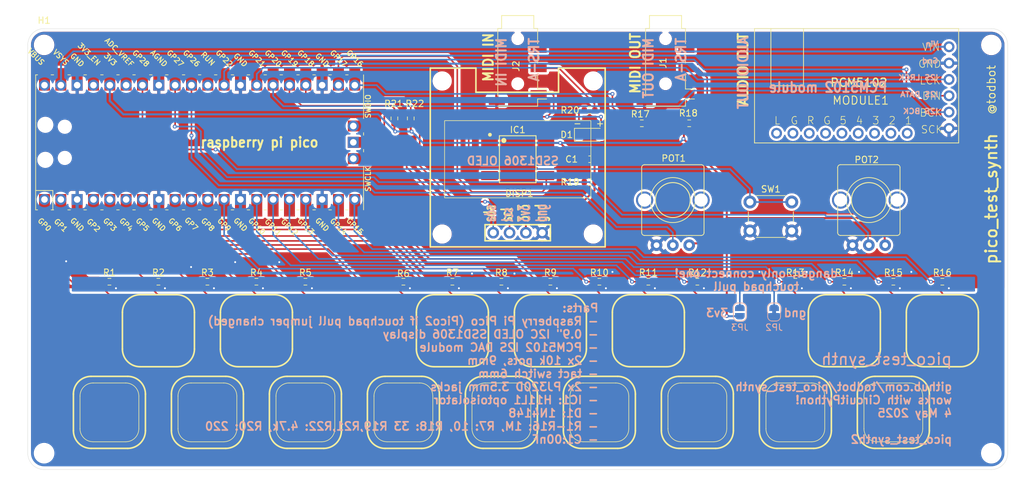
<source format=kicad_pcb>
(kicad_pcb (version 20241229) (generator "pcbnew") (generator_version "9.0")
  (layers (0 "F.Cu" signal) (2 "B.Cu" signal) (13 "F.Paste" user) (15 "B.Paste" user) (5 "F.SilkS" user "F.Silkscreen") (7 "B.SilkS" user "B.Silkscreen") (1 "F.Mask" user) (3 "B.Mask" user) (25 "Edge.Cuts" user))
  (net 0 "")
  (net 1 "+3V3")
  (net 2 "/SCL")
  (net 3 "/SDA")
  (net 4 "/POTA")
  (net 5 "GND")
  (net 6 "/SW")
  (net 7 "/TPAD8")
  (net 8 "/I2S_LRCK")
  (net 9 "/TPAD7")
  (net 11 "/TPAD2")
  (net 13 "/TPAD14")
  (net 14 "/TPAD11")
  (net 15 "/TPAD16")
  (net 17 "/POTB")
  (net 18 "/I2S_DATA")
  (net 19 "/TPAD9")
  (net 20 "/TPAD13")
  (net 21 "/TPAD15")
  (net 22 "/TPAD5")
  (net 24 "/TPAD6")
  (net 25 "/TPAD1")
  (net 26 "/TPAD3")
  (net 27 "/MIDI_OUT")
  (net 28 "/MIDI_IN")
  (net 29 "/TPAD4")
  (net 30 "/TPAD12")
  (net 31 "/TPAD10")
  (net 34 "/I2S_BCK")
  (net 35 "+5V")
  (net 50 "/TOUCHCOM")
  (net 51 "Net-(D1-K)")
  (net 52 "Net-(D1-A)")
  (net 53 "Net-(J1-PadT)")
  (net 54 "Net-(J1-PadR1)")
  (net 57 "Net-(J2-PadR1)")
  (footprint "Resistor_SMD:R_0603_1608Metric" (layer "F.Cu") (at 113.92 54.77)
    (property "Reference" "R11")
    (property "Value" "1M")
  )
  (footprint "todbot_eagle2023:I2S_PCM_5100_SOUNDCARD" (layer "F.Cu") (at 130.43 33.18)
    (property "Reference" "MODULE1")
    (property "Value" "~")
  )
  (footprint "Resistor_SMD:R_0603_1608Metric" (layer "F.Cu") (at 45.34 54.77)
    (property "Reference" "R3")
    (property "Value" "1M")
  )
  (footprint "easyeda2kicad:SMD-6_L7.3-W6.5-P2.54-LS10.2-BL" (layer "F.Cu") (at 93.6 35.72 -90)
    (property "Reference" "IC1")
    (property "Value" "H11L1")
  )
  (footprint "todbot_stuff:Pad-CapTouch-11_2mm-roundrect" (layer "F.Cu") (at 30.1 75.09)
    (property "Reference" "TP1")
    (property "Value" "CapButton")
  )
  (footprint "todbot_stuff:Pad-CapTouch-11_2mm-roundrect" (layer "F.Cu") (at 121.54 75.09)
    (property "Reference" "TP12")
    (property "Value" "CapButton")
  )
  (footprint "Resistor_SMD:R_0603_1608Metric" (layer "F.Cu") (at 98.68 54.77)
    (property "Reference" "R9")
    (property "Value" "1M")
  )
  (footprint "Resistor_SMD:R_0603_1608Metric" (layer "F.Cu") (at 75.82 54.77)
    (property "Reference" "R6")
    (property "Value" "1M")
  )
  (footprint "todbot_stuff:Pad-CapTouch-11_2mm-roundrect" (layer "F.Cu") (at 144.4 62.39)
    (property "Reference" "TP14")
    (property "Value" "CapButton")
  )
  (footprint "todbot_stuff:Pad-CapTouch-11_2mm-roundrect" (layer "F.Cu") (at 83.44 62.39)
    (property "Reference" "TP7")
    (property "Value" "CapButton")
  )
  (footprint "Resistor_SMD:R_0603_1608Metric" (layer "F.Cu") (at 52.96 54.77)
    (property "Reference" "R4")
    (property "Value" "1M")
  )
  (footprint "Resistor_SMD:R_0603_1608Metric" (layer "F.Cu") (at 159.64 54.77)
    (property "Reference" "R16")
    (property "Value" "1M")
  )
  (footprint "todbot_stuff:Pad-CapTouch-11_2mm-roundrect" (layer "F.Cu") (at 75.82 75.09)
    (property "Reference" "TP6")
    (property "Value" "CapButton")
  )
  (footprint "todbot_stuff:Jack_3.5mm_PJ320D_Horizontal" (layer "F.Cu") (at 116.587 21.75 -90)
    (property "Reference" "J1")
    (property "Value" "AudioJack4")
  )
  (footprint "Resistor_SMD:R_0603_1608Metric" (layer "F.Cu") (at 120.27 30.132 180)
    (property "Reference" "R18")
    (property "Value" "33")
  )
  (footprint "todbot_stuff:Pad-CapTouch-11_2mm-roundrect" (layer "F.Cu") (at 45.34 75.09)
    (property "Reference" "TP3")
    (property "Value" "CapButton")
  )
  (footprint "Resistor_SMD:R_0603_1608Metric" (layer "F.Cu") (at 60.58 54.77)
    (property "Reference" "R5")
    (property "Value" "1M")
  )
  (footprint "todbot_stuff:Pad-CapTouch-11_2mm-roundrect" (layer "F.Cu") (at 91.06 75.09)
    (property "Reference" "TP8")
    (property "Value" "CapButton")
  )
  (footprint "todbot_stuff:Pad-CapTouch-11_2mm-roundrect" (layer "F.Cu") (at 152.02 75.09)
    (property "Reference" "TP15")
    (property "Value" "CapButton")
  )
  (footprint "todbot_stuff:OLED-TH_over_L27.8-W27.2-P2.54_C9900033791" (layer "F.Cu") (at 93.6 47.15 180)
    (property "Reference" "DISP1")
    (property "Value" "~")
  )
  (footprint "Diode_SMD:D_SOD-123" (layer "F.Cu") (at 104.776 31.91)
    (property "Reference" "D1")
    (property "Value" "1N4148")
  )
  (footprint "todbot_stuff:Jack_3.5mm_PJ320D_Horizontal" (layer "F.Cu") (at 93.6 21.75 -90)
    (property "Reference" "J2")
    (property "Value" "AudioJack4")
  )
  (footprint "Resistor_SMD:R_0603_1608Metric" (layer "F.Cu") (at 76.963 29.37 90)
    (property "Reference" "R22")
    (property "Value" "4.7k")
  )
  (footprint "todbot_stuff:Pad-CapTouch-11_2mm-roundrect" (layer "F.Cu") (at 60.58 75.09)
    (property "Reference" "TP5")
    (property "Value" "CapButton")
  )
  (footprint "MountingHole:MountingHole_2.7mm_M2.5" (layer "F.Cu") (at 19.94 17.94 90)
    (property "Reference" "H1")
    (property "Value" "MountingHole" (hide yes))
  )
  (footprint "Resistor_SMD:R_0603_1608Metric" (layer "F.Cu") (at 91.06 54.77)
    (property "Reference" "R8")
    (property "Value" "1M")
  )
  (footprint "todbot_stuff:Pad-CapTouch-11_2mm-roundrect" (layer "F.Cu") (at 159.64 62.39)
    (property "Reference" "TP16")
    (property "Value" "CapButton")
  )
  (footprint "Resistor_SMD:R_0603_1608Metric" (layer "F.Cu") (at 104.776 28.1 180)
    (property "Reference" "R20")
    (property "Value" "200")
  )
  (footprint "todbot_stuff:Pad-CapTouch-11_2mm-roundrect" (layer "F.Cu") (at 113.92 62.39)
    (property "Reference" "TP11")
    (property "Value" "CapButton")
  )
  (footprint "MountingHole:MountingHole_2.7mm_M2.5" (layer "F.Cu") (at 167.26 81.44)
    (property "Reference" "H3" (hide yes))
    (property "Value" "MountingHole" (hide yes))
  )
  (footprint "PCM_4ms_Potentiometer:Pot_9mm_DShaft" (layer "F.Cu") (at 148.21 42.07 180)
    (property "Reference" "POT2")
    (property "Value" "9mm_NoDet_10k_DShaft" (hide yes))
  )
  (footprint "Capacitor_SMD:C_0603_1608Metric" (layer "F.Cu") (at 104.776 35.72 180)
    (property "Reference" "C1")
    (property "Value" "100n")
  )
  (footprint "MountingHole:MountingHole_2.7mm_M2.5" (layer "F.Cu") (at 19.94 81.44)
    (property "Reference" "H2" (hide yes))
    (property "Value" "MountingHole" (hide yes))
  )
  (footprint "todbot_stuff:Pad-CapTouch-11_2mm-roundrect" (layer "F.Cu") (at 98.68 62.39)
    (property "Reference" "TP9")
    (property "Value" "CapButton")
  )
  (footprint "Resistor_SMD:R_0603_1608Metric" (layer "F.Cu") (at 74.423 29.37 90)
    (property "Reference" "R21")
    (property "Value" "4.7k")
  )
  (footprint "Resistor_SMD:R_0603_1608Metric" (layer "F.Cu") (at 121.54 54.77)
    (property "Reference" "R12")
    (property "Value" "1M")
  )
  (footprint "PCM_4ms_Potentiometer:Pot_9mm_DShaft" (layer "F.Cu") (at 117.73 42.07 180)
    (property "Reference" "POT1")
    (property "Value" "9mm_NoDet_10k_DShaft" (hide yes))
  )
  (footprint "todbot_RPI_Pico:RPi_Pico_SMD_TH" (layer "F.Cu") (at 44.13 33.09 90)
    (property "Reference" "U1" (hide yes))
    (property "Value" "Pico" (hide yes))
  )
  (footprint "todbot_stuff:Pad-CapTouch-11_2mm-roundrect" (layer "F.Cu") (at 136.78 75.09)
    (property "Reference" "TP13")
    (property "Value" "CapButton")
  )
  (footprint "todbot_stuff:Pad-CapTouch-11_2mm-roundrect" (layer "F.Cu") (at 52.96 62.39)
    (property "Reference" "TP4")
    (property "Value" "CapButton")
  )
  (footprint "todbot_stuff:Pad-CapTouch-11_2mm-roundrect" (layer "F.Cu") (at 106.3 75.09)
    (property "Reference" "TP10")
    (property "Value" "CapButton")
  )
  (footprint "Resistor_SMD:R_0603_1608Metric" (layer "F.Cu") (at 112.904 30.132)
    (property "Reference" "R17")
    (property "Value" "10")
  )
  (footprint "MountingHole:MountingHole_2.7mm_M2.5" (layer "F.Cu") (at 167.26 17.94)
    (property "Reference" "H4" (hide yes))
    (property "Value" "MountingHole" (hide yes))
  )
  (footprint "Resistor_SMD:R_0603_1608Metric" (layer "F.Cu") (at 104.776 39.276)
    (property "Reference" "R19")
    (property "Value" "4k7")
  )
  (footprint "Resistor_SMD:R_0603_1608Metric" (layer "F.Cu") (at 37.72 54.77)
    (property "Reference" "R2")
    (property "Value" "1M")
  )
  (footprint "Resistor_SMD:R_0603_1608Metric" (layer "F.Cu") (at 136.78 54.77)
    (property "Reference" "R13")
    (property "Value" "1M")
  )
  (footprint "todbot_stuff:Pad-CapTouch-11_2mm-roundrect" (layer "F.Cu") (at 37.72 62.39)
    (property "Reference" "TP2")
    (property "Value" "CapButton")
  )
  (footprint "Resistor_SMD:R_0603_1608Metric" (layer "F.Cu") (at 83.44 54.77)
    (property "Reference" "R7")
    (property "Value" "1M")
  )
  (footprint "Resistor_SMD:R_0603_1608Metric" (layer "F.Cu") (at 106.3 54.77)
    (property "Reference" "R10")
    (property "Value" "1M")
  )
  (footprint "Button_Switch_THT:SW_PUSH_6mm_H4.3mm" (layer "F.Cu") (at 129.7188 42.3748)
    (property "Reference" "SW1")
    (property "Value" "SW_Push")
  )
  (footprint "Resistor_SMD:R_0603_1608Metric" (layer "F.Cu") (at 30.1 54.77)
    (property "Reference" "R1")
    (property "Value" "1M")
  )
  (footprint "Resistor_SMD:R_0603_1608Metric" (layer "F.Cu") (at 152.02 54.77)
    (property "Reference" "R15")
    (property "Value" "1M")
  )
  (footprint "Resistor_SMD:R_0603_1608Metric" (layer "F.Cu") (at 144.4 54.77)
    (property "Reference" "R14")
    (property "Value" "1M")
  )
  (footprint "Jumper:SolderJumper-2_P1.3mm_Open_RoundedPad1.0x1.5mm" (layer "B.Cu") (at 128.144 59.484 90)
    (property "Reference" "JP3")
    (property "Value" "Jumper_2_Open" (hide yes))
  )
  (footprint "Jumper:SolderJumper-2_P1.3mm_Bridged_RoundedPad1.0x1.5mm" (layer "B.Cu") (at 133.478 59.484 90)
    (property "Reference" "JP2")
    (property "Value" "Jumper_2_Bridged" (hide yes))
  )
  (gr_arc (start 34.672 77.63) (mid 34.076841 79.066841) (end 32.64 79.662) (stroke (width 0.1)) (layer "F.SilkS"))
  (gr_arc (start 119 79.662) (mid 117.563159 79.066841) (end 116.968 77.63) (stroke (width 0.1)) (layer "F.SilkS"))
  (gr_line (start 108.84 79.662) (end 103.76 79.662) (stroke (width 0.1)) (layer "F.SilkS"))
  (gr_line (start 126.112 72.55) (end 126.112 77.63) (stroke (width 0.1)) (layer "F.SilkS"))
  (gr_arc (start 27.56 79.662) (mid 26.123159 79.066841) (end 25.528 77.63) (stroke (width 0.1)) (layer "F.SilkS"))
  (gr_line (start 80.392 72.55) (end 80.392 77.63) (stroke (width 0.1)) (layer "F.SilkS"))
  (gr_line (start 103.76 70.518) (end 108.84 70.518) (stroke (width 0.1)) (layer "F.SilkS"))
  (gr_arc (start 101.728 72.55) (mid 102.323159 71.113159) (end 103.76 70.518) (stroke (width 0.1)) (layer "F.SilkS"))
  (gr_line (start 58.04 70.518) (end 63.12 70.518) (stroke (width 0.1)) (layer "F.SilkS"))
  (gr_arc (start 149.48 79.662) (mid 148.043159 79.066841) (end 147.448 77.63) (stroke (width 0.1)) (layer "F.SilkS"))
  (gr_arc (start 32.64 70.518) (mid 34.076841 71.113159) (end 34.672 72.55) (stroke (width 0.1)) (layer "F.SilkS"))
  (gr_line (start 40.768 77.63) (end 40.768 72.55) (stroke (width 0.1)) (layer "F.SilkS"))
  (gr_line (start 141.352 72.55) (end 141.352 77.63) (stroke (width 0.1)) (layer "F.SilkS"))
  (gr_line (start 78.36 79.662) (end 73.28 79.662) (stroke (width 0.1)) (layer "F.SilkS"))
  (gr_line (start 86.488 77.63) (end 86.488 72.55) (stroke (width 0.1)) (layer "F.SilkS"))
  (gr_line (start 124.08 79.662) (end 119 79.662) (stroke (width 0.1)) (layer "F.SilkS"))
  (gr_line (start 139.32 79.662) (end 134.24 79.662) (stroke (width 0.1)) (layer "F.SilkS"))
  (gr_arc (start 71.248 72.55) (mid 71.843159 71.113159) (end 73.28 70.518) (stroke (width 0.1)) (layer "F.SilkS"))
  (gr_arc (start 126.112 77.63) (mid 125.516841 79.066841) (end 124.08 79.662) (stroke (width 0.1)) (layer "F.SilkS"))
  (gr_arc (start 95.632 77.63) (mid 95.036841 79.066841) (end 93.6 79.662) (stroke (width 0.1)) (layer "F.SilkS"))
  (gr_arc (start 73.28 79.662) (mid 71.843159 79.066841) (end 71.248 77.63) (stroke (width 0.1)) (layer "F.SilkS"))
  (gr_arc (start 108.84 70.518) (mid 110.276841 71.113159) (end 110.872 72.55) (stroke (width 0.1)) (layer "F.SilkS"))
  (gr_line (start 73.28 70.518) (end 78.36 70.518) (stroke (width 0.1)) (layer "F.SilkS"))
  (gr_arc (start 40.768 72.55) (mid 41.363159 71.113159) (end 42.8 70.518) (stroke (width 0.1)) (layer "F.SilkS"))
  (gr_line (start 116.968 77.63) (end 116.968 72.55) (stroke (width 0.1)) (layer "F.SilkS"))
  (gr_arc (start 124.08 70.518) (mid 125.516841 71.113159) (end 126.112 72.55) (stroke (width 0.1)) (layer "F.SilkS"))
  (gr_arc (start 42.8 79.662) (mid 41.363159 79.066841) (end 40.768 77.63) (stroke (width 0.1)) (layer "F.SilkS"))
  (gr_line (start 49.912 72.55) (end 49.912 77.63) (stroke (width 0.1)) (layer "F.SilkS"))
  (gr_line (start 149.48 70.518) (end 154.56 70.518) (stroke (width 0.1)) (layer "F.SilkS"))
  (gr_arc (start 147.448 72.55) (mid 148.043159 71.113159) (end 149.48 70.518) (stroke (width 0.1)) (layer "F.SilkS"))
  (gr_line (start 156.592 72.55) (end 156.592 77.63) (stroke (width 0.1)) (layer "F.SilkS"))
  (gr_arc (start 116.968 72.55) (mid 117.563159 71.113159) (end 119 70.518) (stroke (width 0.1)) (layer "F.SilkS"))
  (gr_line (start 101.728 77.63) (end 101.728 72.55) (stroke (width 0.1)) (layer "F.SilkS"))
  (gr_arc (start 132.208 72.55) (mid 132.803159 71.113159) (end 134.24 70.518) (stroke (width 0.1)) (layer "F.SilkS"))
  (gr_arc (start 58.04 79.662) (mid 56.603159 79.066841) (end 56.008 77.63) (stroke (width 0.1)) (layer "F.SilkS"))
  (gr_arc (start 86.488 72.55) (mid 87.083159 71.113159) (end 88.52 70.518) (stroke (width 0.1)) (layer "F.SilkS"))
  (gr_line (start 132.208 77.63) (end 132.208 72.55) (stroke (width 0.1)) (layer "F.SilkS"))
  (gr_line (start 42.8 70.518) (end 47.88 70.518) (stroke (width 0.1)) (layer "F.SilkS"))
  (gr_arc (start 156.592 77.63) (mid 155.996841 79.066841) (end 154.56 79.662) (stroke (width 0.1)) (layer "F.SilkS"))
  (gr_arc (start 134.24 79.662) (mid 132.803159 79.066841) (end 132.208 77.63) (stroke (width 0.1)) (layer "F.SilkS"))
  (gr_line (start 27.56 70.518) (end 32.64 70.518) (stroke (width 0.1)) (layer "F.SilkS"))
  (gr_line (start 25.528 77.63) (end 25.528 72.55) (stroke (width 0.1)) (layer "F.SilkS"))
  (gr_arc (start 80.392 77.63) (mid 79.796841 79.066841) (end 78.36 79.662) (stroke (width 0.1)) (layer "F.SilkS"))
  (gr_line (start 95.632 72.55) (end 95.632 77.63) (stroke (width 0.1)) (layer "F.SilkS"))
  (gr_arc (start 154.56 70.518) (mid 155.996841 71.113159) (end 156.592 72.55) (stroke (width 0.1)) (layer "F.SilkS"))
  (gr_arc (start 63.12 70.518) (mid 64.556841 71.113159) (end 65.152 72.55) (stroke (width 0.1)) (layer "F.SilkS"))
  (gr_arc (start 56.008 72.55) (mid 56.603159 71.113159) (end 58.04 70.518) (stroke (width 0.1)) (layer "F.SilkS"))
  (gr_line (start 88.52 70.518) (end 93.6 70.518) (stroke (width 0.1)) (layer "F.SilkS"))
  (gr_arc (start 88.52 79.662) (mid 87.083159 79.066841) (end 86.488 77.63) (stroke (width 0.1)) (layer "F.SilkS"))
  (gr_line (start 110.872 72.55) (end 110.872 77.63) (stroke (width 0.1)) (layer "F.SilkS"))
  (gr_arc (start 47.88 70.518) (mid 49.316841 71.113159) (end 49.912 72.55) (stroke (width 0.1)) (layer "F.SilkS"))
  (gr_arc (start 110.872 77.63) (mid 110.276841 79.066841) (end 108.84 79.662) (stroke (width 0.1)) (layer "F.SilkS"))
  (gr_line (start 134.24 70.518) (end 139.32 70.518) (stroke (width 0.1)) (layer "F.SilkS"))
  (gr_line (start 147.448 77.63) (end 147.448 72.55) (stroke (width 0.1)) (layer "F.SilkS"))
  (gr_line (start 34.672 72.55) (end 34.672 77.63) (stroke (width 0.1)) (layer "F.SilkS"))
  (gr_arc (start 139.32 70.518) (mid 140.756841 71.113159) (end 141.352 72.55) (stroke (width 0.1)) (layer "F.SilkS"))
  (gr_arc (start 49.912 77.63) (mid 49.316841 79.066841) (end 47.88 79.662) (stroke (width 0.1)) (layer "F.SilkS"))
  (gr_line (start 47.88 79.662) (end 42.8 79.662) (stroke (width 0.1)) (layer "F.SilkS"))
  (gr_arc (start 25.528 72.55) (mid 26.123159 71.113159) (end 27.56 70.518) (stroke (width 0.1)) (layer "F.SilkS"))
  (gr_line (start 93.6 79.662) (end 88.52 79.662) (stroke (width 0.1)) (layer "F.SilkS"))
  (gr_line (start 71.248 77.63) (end 71.248 72.55) (stroke (width 0.1)) (layer "F.SilkS"))
  (gr_arc (start 103.76 79.662) (mid 102.323159 79.066841) (end 101.728 77.63) (stroke (width 0.1)) (layer "F.SilkS"))
  (gr_line (start 32.64 79.662) (end 27.56 79.662) (stroke (width 0.1)) (layer "F.SilkS"))
  (gr_arc (start 141.352 77.63) (mid 140.756841 79.066841) (end 139.32 79.662) (stroke (width 0.1)) (layer "F.SilkS"))
  (gr_arc (start 93.6 70.518) (mid 95.036841 71.113159) (end 95.632 72.55) (stroke (width 0.1)) (layer "F.SilkS"))
  (gr_line (start 63.12 79.662) (end 58.04 79.662) (stroke (width 0.1)) (layer "F.SilkS"))
  (gr_line (start 56.008 77.63) (end 56.008 72.55) (stroke (width 0.1)) (layer "F.SilkS"))
  (gr_line (start 154.56 79.662) (end 149.48 79.662) (stroke (width 0.1)) (layer "F.SilkS"))
  (gr_arc (start 78.36 70.518) (mid 79.796841 71.113159) (end 80.392 72.55) (stroke (width 0.1)) (layer "F.SilkS"))
  (gr_arc (start 65.152 77.63) (mid 64.556841 79.066841) (end 63.12 79.662) (stroke (width 0.1)) (layer "F.SilkS"))
  (gr_line (start 65.152 72.55) (end 65.152 77.63) (stroke (width 0.1)) (layer "F.SilkS"))
  (gr_line (start 119 70.518) (end 124.08 70.518) (stroke (width 0.1)) (layer "F.SilkS"))
  (gr_line (start 169.8 17.94) (end 169.8 81.44) (stroke (width 0.05)) (layer "Edge.Cuts"))
  (gr_line (start 167.26 83.98) (end 19.94 83.98) (stroke (width 0.05)) (layer "Edge.Cuts"))
  (gr_arc (start 169.8 81.44) (mid 169.056051 83.236051) (end 167.26 83.98) (stroke (width 0.05)) (layer "Edge.Cuts"))
  (gr_arc (start 19.94 83.98) (mid 18.143949 83.236051) (end 17.4 81.44) (stroke (width 0.05)) (layer "Edge.Cuts"))
  (gr_line (start 19.94 15.4) (end 167.26 15.4) (stroke (width 0.05)) (layer "Edge.Cuts"))
  (gr_arc (start 167.26 15.4) (mid 169.056051 16.143949) (end 169.8 17.94) (stroke (width 0.05)) (layer "Edge.Cuts"))
  (gr_arc (start 17.4 17.94) (mid 18.143949 16.143949) (end 19.94 15.4) (stroke (width 0.05)) (layer "Edge.Cuts"))
  (gr_line (start 17.4 81.44) (end 17.4 17.94) (stroke (width 0.05)) (layer "Edge.Cuts"))
  (gr_text "@todbot" (at 167.26 24.925 90) (layer "F.SilkS") (effects (font (size 1.27 1.27))))
  (gr_text "pico_test_synth" (at 167.26 52.23 90) (layer "F.SilkS") (effects (font (size 1.778 1.778) (thickness 0.3048) (bold yes)) (justify left)))
  (gr_text "MIDI IN" (at 89.028 15.908 90) (layer "F.SilkS") (effects (font (size 1.524 1.397) (thickness 0.3048) (bold yes)) (justify right)))
  (gr_text "raspberry pi pico" (at 44.13 33.09 0) (layer "F.SilkS") (effects (font (size 1.524 1.397) (thickness 0.3048) (bold yes)) (justify left)))
  (gr_text "-   +" (at 104.649 30.132 0) (layer "F.SilkS") (effects (font (size 1 1))))
  (gr_text "sda\nscl\n3v3\ngnd" (at 98.172 45.626 90) (layer "F.SilkS") (effects (font (size 1.651 1.016) (thickness 0.254) (bold yes)) (justify left bottom)))
  (gr_text "MIDI OUT" (at 111.888 15.908 90) (layer "F.SilkS") (effects (font (size 1.524 1.397) (thickness 0.3048) (bold yes)) (justify right)))
  (gr_text "AUDIO OUT" (at 128.652 15.908 90) (layer "F.SilkS") (effects (font (size 1.524 1.397) (thickness 0.3048) (bold yes)) (justify right)))
  (gr_text "TRS-A" (at 119 16.67 90) (layer "B.SilkS") (effects (font (size 1.524 1.397) (thickness 0.3048) (bold yes)) (justify left mirror)))
  (gr_text "SSD1306 OLED" (at 92.838 35.974 0) (layer "B.SilkS") (effects (font (size 1.27 1.27) (thickness 0.254) (bold yes)) (justify mirror)))
  (gr_text "MIDI IN" (at 91.06 16.67 90) (layer "B.SilkS") (effects (font (size 1.524 1.397) (thickness 0.3048) (bold yes)) (justify left mirror)))
  (gr_text "PCM5102 module" (at 141.86 24.544 0) (layer "B.SilkS") (effects (font (size 1.524 1.397) (thickness 0.3048) (bold yes)) (justify mirror)))
  (gr_text "MIDI OUT" (at 113.92 16.67 90) (layer "B.SilkS") (effects (font (size 1.524 1.397) (thickness 0.3048) (bold yes)) (justify left mirror)))
  (gr_text "TRS-A" (at 96.14 16.67 90) (layer "B.SilkS") (effects (font (size 1.524 1.397) (thickness 0.3048) (bold yes)) (justify left mirror)))
  (gr_text "danger: only connect one!\ntouchpad pull\n\ngnd         3v3\n" (at 130.684 56.548 0) (layer "B.SilkS") (effects (font (size 1.27 1.27) (thickness 0.254) (bold yes)) (justify mirror)))
  (gr_text "sda\nscl\n3v3\ngnd" (at 93.346 45.626 90) (layer "B.SilkS") (effects (font (size 1.651 1.016) (thickness 0.254) (bold yes)) (justify right mirror)))
  (gr_text "AUDIO OUT" (at 128.652 28.1 90) (layer "B.SilkS") (effects (font (size 1.524 1.397) (thickness 0.3048) (bold yes)) (justify right mirror)))
  (gr_text "pico_test_synth" (at 161.291 67.851 0) (layer "B.SilkS") (effects (font (size 1.778 1.778) (thickness 0.254) (bold yes)) (justify left bottom mirror)))
  (gr_text "Vin\n\nGnd\n\nI2S LRCK\n\nI2S DATA\n\nI2S BCK" (at 159.132 23.02 0) (layer "B.SilkS") (effects (font (size 0.8128 0.889) (thickness 0.2032) (bold yes)) (justify left mirror)))
  (gr_text "github.com/todbot/pico_test_synth\nworks with CircuitPython!\n4 May 2025\n\npico_test_synth2" (at 161.291 80.043 0) (layer "B.SilkS") (effects (font (size 1.27 1.27) (thickness 0.254) (bold yes)) (justify left bottom mirror)))
  (gr_text "﻿Parts:\n- Raspberry Pi Pico (Pico2 if touchpad pull jumper changed)\n- 0.9{dblquote} I2C OLED SSD1306 display\n- PCM5102 I2S DAC module\n- 2x 10k pots, 9mm\n- tact switch 6mm\n- 2x PJ320D 3.5mm jacks\n- IC1: H11L1 optoisolator\n- D1: 1N4148\n- R1-R16: 1M, R7: 10, R18: 33 R19,R21,R22: 4.7k, R20: 220\n- C1:00nF" (at 106.3 80.043 0) (layer "B.SilkS") (effects (font (size 1.27 1.27) (thickness 0.254) (bold yes)) (justify left bottom mirror)))
  (segment (start 150.67 47.324) (end 150.67 48.801) (width 0.3048) (layer "F.Cu") (net 1))
  (segment (start 105.551 39.226) (end 105.601 39.276) (width 0.3048) (layer "F.Cu") (net 1))
  (segment (start 105.538 34.717) (end 105.538 35.707) (width 0.3048) (layer "F.Cu") (net 1))
  (segment (start 105.017 34.196) (end 105.538 34.717) (width 0.3048) (layer "F.Cu") (net 1))
  (segment (start 126.112 39.276) (end 126.112 44.864) (width 0.3048) (layer "F.Cu") (net 1))
  (segment (start 96.648 42.832) (end 94.870001 44.609999) (width 0.3048) (layer "F.Cu") (net 1))
  (segment (start 126.112 60.104) (end 126.112 44.864) (width 0.3048) (layer "F.Cu") (net 1))
  (segment (start 105.538 35.707) (end 105.551 35.72) (width 0.3048) (layer "F.Cu") (net 1))
  (segment (start 100.204 33.18) (end 101.22 34.196) (width 0.3048) (layer "F.Cu") (net 1))
  (segment (start 76.963 31.275) (end 77.09 31.402) (width 0.3048) (layer "F.Cu") (net 1))
  (segment (start 101.22 34.196) (end 105.017 34.196) (width 0.3048) (layer "F.Cu") (net 1))
  (segment (start 74.423 30.195) (end 74.423 31.275) (width 0.3048) (layer "F.Cu") (net 1))
  (segment (start 119.381 32.545) (end 119.445 32.481) (width 0.3048) (layer "F.Cu") (net 1))
  (segment (start 74.423 31.275) (end 74.55 31.402) (width 0.3048) (layer "F.Cu") (net 1))
  (segment (start 76.963 30.195) (end 76.963 31.275) (width 0.3048) (layer "F.Cu") (net 1))
  (segment (start 105.538 39.339) (end 105.538 40.546) (width 0.3048) (layer "F.Cu") (net 1))
  (segment (start 120.19 48.801) (end 126.112 48.801) (width 0.3048) (layer "F.Cu") (net 1))
  (segment (start 105.601 39.276) (end 105.538 39.339) (width 0.3048) (layer "F.Cu") (net 1))
  (segment (start 103.252 42.832) (end 96.648 42.832) (width 0.3048) (layer "F.Cu") (net 1))
  (segment (start 126.112 44.864) (end 148.21 44.864) (width 0.3048) (layer "F.Cu") (net 1))
  (segment (start 105.551 35.72) (end 105.551 39.226) (width 0.3048) (layer "F.Cu") (net 1))
  (segment (start 98.045 33.18) (end 100.204 33.18) (width 0.3048) (layer "F.Cu") (net 1))
  (segment (start 148.21 44.864) (end 150.67 47.324) (width 0.3048) (layer "F.Cu") (net 1))
  (segment (start 105.538 40.546) (end 103.252 42.832) (width 0.3048) (layer "F.Cu") (net 1))
  (segment (start 94.870001 44.609999) (end 94.870001 47.15) (width 0.3048) (layer "F.Cu") (net 1))
  (segment (start 119.381 32.545) (end 126.112 39.276) (width 0.3048) (layer "F.Cu") (net 1))
  (segment (start 119.445 32.481) (end 119.445 30.132) (width 0.3048) (layer "F.Cu") (net 1))
  (via (at 100.204 33.18) (size 0.6) (drill 0.3) (layers "F.Cu" "B.Cu") (net 1))
  (via (at 77.09 31.402) (size 0.6) (drill 0.3) (layers "F.Cu" "B.Cu") (net 1))
  (via (at 119.381 32.545) (size 0.6) (drill 0.3) (layers "F.Cu" "B.Cu") (net 1))
  (via (at 74.55 31.402) (size 0.6) (drill 0.3) (layers "F.Cu" "B.Cu") (net 1))
  (via (at 126.112 60.104) (size 0.6) (drill 0.3) (layers "F.Cu" "B.Cu") (net 1))
  (segment (start 30.16 24.2) (end 30.16 26.636) (width 0.3048) (layer "B.Cu") (net 1))
  (segment (start 119.381 32.545) (end 118.746 33.18) (width 0.3048) (layer "B.Cu") (net 1))
  (segment (start 30.16 26.636) (end 32.259 28.735) (width 0.3048) (layer "B.Cu") (net 1))
  (segment (start 126.112 60.104) (end 126.366 60.104) (width 0.3048) (layer "B.Cu") (net 1))
  (segment (start 118.746 33.18) (end 100.204 33.18) (width 0.3048) (layer "B.Cu") (net 1))
  (segment (start 126.366 60.104) (end 126.395999 60.133999) (width 0.3048) (layer "B.Cu") (net 1))
  (segment (start 74.55 31.402) (end 77.09 31.402) (width 0.3048) (layer "B.Cu") (net 1))
  (segment (start 78.868 33.18) (end 100.204 33.18) (width 0.3048) (layer "B.Cu") (net 1))
  (segment (start 77.09 31.402) (end 78.868 33.18) (width 0.3048) (layer "B.Cu") (net 1))
  (segment (start 126.395999 60.133999) (end 128.144 60.133999) (width 0.3048) (layer "B.Cu") (net 1))
  (segment (start 71.883 28.735) (end 74.55 31.402) (width 0.3048) (layer "B.Cu") (net 1))
  (segment (start 32.259 28.735) (end 71.883 28.735) (width 0.3048) (layer "B.Cu") (net 1))
  (segment (start 73.9658 27.3888) (end 74.423 27.846) (width 0.25) (layer "F.Cu") (net 2))
  (segment (start 73.3684 28.545) (end 74.423 28.545) (width 0.25) (layer "F.Cu") (net 2))
  (segment (start 92.329999 47.15) (end 92.329999 45.117999) (width 0.25) (layer "F.Cu") (net 2))
  (segment (start 91.314 44.102) (end 83.44 44.102) (width 0.25) (layer "F.Cu") (net 2))
  (segment (start 72.8482 31.4782) (end 72.8482 29.0652) (width 0.25) (layer "F.Cu") (net 2))
  (segment (start 59.9958 27.3888) (end 73.9658 27.3888) (width 0.25) (layer "F.Cu") (net 2))
  (segment (start 76.328 36.99) (end 76.328 34.958) (width 0.25) (layer "F.Cu") (net 2))
  (segment (start 58.1 25.493) (end 59.9958 27.3888) (width 0.25) (layer "F.Cu") (net 2))
  (segment (start 74.423 27.846) (end 74.423 28.545) (width 0.25) (layer "F.Cu") (net 2))
  (segment (start 83.44 44.102) (end 76.328 36.99) (width 0.25) (layer "F.Cu") (net 2))
  (segment (start 72.8482 29.0652) (end 73.3684 28.545) (width 0.25) (layer "F.Cu") (net 2))
  (segment (start 92.329999 45.117999) (end 91.314 44.102) (width 0.25) (layer "F.Cu") (net 2))
  (segment (start 76.328 34.958) (end 72.8482 31.4782) (width 0.25) (layer "F.Cu") (net 2))
  (segment (start 58.1 24.2) (end 58.1 25.493) (width 0.25) (layer "F.Cu") (net 2))
  (segment (start 75.82 26.449) (end 61.596 26.449) (width 0.25) (layer "F.Cu") (net 3))
  (segment (start 76.963 27.592) (end 75.82 26.449) (width 0.25) (layer "F.Cu") (net 3))
  (segment (start 78.36 29.0398) (end 77.8652 28.545) (width 0.25) (layer "F.Cu") (net 3))
  (segment (start 88.52 42.324) (end 83.948 42.324) (width 0.25) (layer "F.Cu") (net 3))
  (segment (start 77.8652 28.545) (end 76.963 28.545) (width 0.25) (layer "F.Cu") (net 3))
  (segment (start 60.64 25.493) (end 60.64 24.2) (width 0.25) (layer "F.Cu") (net 3))
  (segment (start 78.36 36.736) (end 78.36 29.0398) (width 0.25) (layer "F.Cu") (net 3))
  (segment (start 83.948 42.324) (end 78.36 36.736) (width 0.25) (layer "F.Cu") (net 3))
  (segment (start 76.963 28.545) (end 76.963 27.592) (width 0.25) (layer "F.Cu") (net 3))
  (segment (start 61.596 26.449) (end 60.64 25.493) (width 0.25) (layer "F.Cu") (net 3))
  (via (at 88.52 42.324) (size 0.6) (drill 0.3) (layers "F.Cu" "B.Cu") (net 3))
  (segment (start 88.52 42.324) (end 89.028 42.324) (width 0.25) (layer "B.Cu") (net 3))
  (segment (start 89.79 43.086) (end 89.79 47.15) (width 0.25) (layer "B.Cu") (net 3))
  (segment (start 89.028 42.324) (end 89.79 43.086) (width 0.25) (layer "B.Cu") (net 3))
  (segment (start 42.86 24.2) (end 42.86 32.037) (width 0.25) (layer "F.Cu") (net 4))
  (via (at 42.86 32.037) (size 0.6) (drill 0.3) (layers "F.Cu" "B.Cu") (net 4))
  (segment (start 116.841 46.261) (end 117.727411 47.147411) (width 0.25) (layer "B.Cu") (net 4))
  (segment (start 103.633 40.927) (end 108.967 46.261) (width 0.25) (layer "B.Cu") (net 4))
  (segment (start 47.118 39.784) (end 70.232 39.784) (width 0.25) (layer "B.Cu") (net 4))
  (segment (start 71.375 40.927) (end 103.633 40.927) (width 0.25) (layer "B.Cu") (net 4))
  (segment (start 70.232 39.784) (end 71.375 40.927) (width 0.25) (layer "B.Cu") (net 4))
  (segment (start 117.727411 47.147411) (end 117.727411 48.639243) (width 0.25) (layer "B.Cu") (net 4))
  (segment (start 108.967 46.261) (end 116.841 46.261) (width 0.25) (layer "B.Cu") (net 4))
  (segment (start 42.86 32.037) (end 42.86 35.526) (width 0.25) (layer "B.Cu") (net 4))
  (segment (start 42.86 35.526) (end 47.118 39.784) (width 0.25) (layer "B.Cu") (net 4))
  (via (at 86.488 53.5) (size 0.6) (drill 0.3) (layers "F.Cu" "B.Cu") (net 5))
  (via (at 23.369 51.595) (size 0.6) (drill 0.3) (layers "F.Cu" "B.Cu") (net 5))
  (via (at 56.516 51.722) (size 0.6) (drill 0.3) (layers "F.Cu" "B.Cu") (net 5))
  (via (at 93.092 53.5) (size 0.6) (drill 0.3) (layers "F.Cu" "B.Cu") (net 5))
  (via (at 154.814 53.246) (size 0.6) (drill 0.3) (layers "F.Cu" "B.Cu") (net 5))
  (via (at 49.658 51.722) (size 0.6) (drill 0.3) (layers "F.Cu" "B.Cu") (net 5))
  (via (at 138.558 53.246) (size 0.6) (drill 0.3) (layers "F.Cu" "B.Cu") (net 5))
  (via (at 146.686 53.246) (size 0.6) (drill 0.3) (layers "F.Cu" "B.Cu") (net 5))
  (via (at 131.192 53.246) (size 0.6) (drill 0.3) (layers "F.Cu" "B.Cu") (net 5))
  (via (at 108.332 53.246) (size 0.6) (drill 0.3) (layers "F.Cu" "B.Cu") (net 5))
  (via (at 42.8 52.484) (size 0.6) (drill 0.3) (layers "F.Cu" "B.Cu") (net 5))
  (segment (start 38.482 34.196) (end 35.24 30.954) (width 0.25) (layer "F.Cu") (net 6))
  (segment (start 35.24 30.954) (end 35.24 24.2) (width 0.25) (layer "F.Cu") (net 6))
  (segment (start 46.61 34.196) (end 38.482 34.196) (width 0.25) (layer "F.Cu") (net 6))
  (via (at 46.61 34.196) (size 0.6) (drill 0.3) (layers "F.Cu" "B.Cu") (net 6))
  (segment (start 49.912 37.244) (end 46.864 34.196) (width 0.25) (layer "B.Cu") (net 6))
  (segment (start 129.7188 42.3748) (end 136.2188 42.3748) (width 0.25) (layer "B.Cu") (net 6))
  (segment (start 126.62 37.244) (end 49.912 37.244) (width 0.25) (layer "B.Cu") (net 6))
  (segment (start 129.7188 42.3748) (end 129.7188 40.3428) (width 0.25) (layer "B.Cu") (net 6))
  (segment (start 129.7188 40.3428) (end 126.62 37.244) (width 0.25) (layer "B.Cu") (net 6))
  (segment (start 46.864 34.196) (end 46.61 34.196) (width 0.25) (layer "B.Cu") (net 6))
  (segment (start 91.06 56.802) (end 90.285 56.027) (width 0.25) (layer "F.Cu") (net 7))
  (segment (start 91.06 75.09) (end 91.06 56.802) (width 0.25) (layer "F.Cu") (net 7))
  (segment (start 42.86 45.432) (end 42.86 41.98) (width 0.25) (layer "F.Cu") (net 7))
  (segment (start 79.122 52.738) (end 74.042 47.658) (width 0.25) (layer "F.Cu") (net 7))
  (segment (start 90.285 54.82) (end 88.203 52.738) (width 0.25) (layer "F.Cu") (net 7))
  (segment (start 90.285 56.027) (end 90.285 54.82) (width 0.25) (layer "F.Cu") (net 7))
  (segment (start 88.203 52.738) (end 79.122 52.738) (width 0.25) (layer "F.Cu") (net 7))
  (segment (start 74.042 47.658) (end 45.086 47.658) (width 0.25) (layer "F.Cu") (net 7))
  (segment (start 45.086 47.658) (end 42.86 45.432) (width 0.25) (layer "F.Cu") (net 7))
  (segment (start 160.68 23.31) (end 121.576 23.31) (width 0.25) (layer "B.Cu") (net 8))
  (segment (start 121.576 23.31) (end 119.762 21.496) (width 0.25) (layer "B.Cu") (net 8))
  (segment (start 53.976 21.496) (end 53.02 22.452) (width 0.25) (layer "B.Cu") (net 8))
  (segment (start 53.02 22.452) (end 53.02 24.2) (width 0.25) (layer "B.Cu") (net 8))
  (segment (start 119.762 21.496) (end 53.976 21.496) (width 0.25) (layer "B.Cu") (net 8))
  (segment (start 83.44 56.802) (end 82.665 56.027) (width 0.25) (layer "F.Cu") (net 9))
  (segment (start 40.32 45.432) (end 40.32 41.98) (width 0.25) (layer "F.Cu") (net 9))
  (segment (start 83.44 62.39) (end 83.44 56.802) (width 0.25) (layer "F.Cu") (net 9))
  (segment (start 79.122 54.77) (end 72.772 48.42) (width 0.25) (layer "F.Cu") (net 9))
  (segment (start 82.665 54.77) (end 79.122 54.77) (width 0.25) (layer "F.Cu") (net 9))
  (segment (start 82.665 56.027) (end 82.665 54.77) (width 0.25) (layer "F.Cu") (net 9))
  (segment (start 72.772 48.42) (end 43.308 48.42) (width 0.25) (layer "F.Cu") (net 9))
  (segment (start 43.308 48.42) (end 40.32 45.432) (width 0.25) (layer "F.Cu") (net 9))
  (segment (start 37.72 56.86225) (end 37.72 64.155) (width 0.25) (layer "F.Cu") (net 11))
  (segment (start 22.54 41.98) (end 22.54 48.988) (width 0.25) (layer "F.Cu") (net 11))
  (segment (start 36.945 54.77) (end 36.945 56.08725) (width 0.25) (layer "F.Cu") (net 11))
  (segment (start 36.945 56.08725) (end 37.72 56.86225) (width 0.25) (layer "F.Cu") (net 11))
  (segment (start 34.672 53.5) (end 35.942 54.77) (width 0.25) (layer "F.Cu") (net 11))
  (segment (start 35.942 54.77) (end 36.945 54.77) (width 0.25) (layer "F.Cu") (net 11))
  (segment (start 27.052 53.5) (end 34.672 53.5) (width 0.25) (layer "F.Cu") (net 11))
  (segment (start 22.54 48.988) (end 27.052 53.5) (width 0.25) (layer "F.Cu") (net 11))
  (segment (start 143.625 54.77) (end 142.114 54.77) (width 0.25) (layer "F.Cu") (net 13))
  (segment (start 144.4 56.548) (end 143.625 55.773) (width 0.25) (layer "F.Cu") (net 13))
  (segment (start 143.625 55.773) (end 143.625 54.77) (width 0.25) (layer "F.Cu") (net 13))
  (segment (start 144.4 62.39) (end 144.4 56.548) (width 0.25) (layer "F.Cu") (net 13))
  (via (at 142.114 54.77) (size 0.6) (drill 0.3) (layers "F.Cu" "B.Cu") (net 13))
  (segment (start 142.114 54.77) (end 139.32 51.976) (width 0.25) (layer "B.Cu") (net 13))
  (segment (start 139.32 51.976) (end 112.142 51.976) (width 0.25) (layer "B.Cu") (net 13))
  (segment (start 60.6435 46.5785) (end 60.64 46.582) (width 0.25) (layer "B.Cu") (net 13))
  (segment (start 112.142 51.976) (end 110.872 50.706) (width 0.25) (layer "B.Cu") (net 13))
  (segment (start 60.64 46.582) (end 60.64 41.98) (width 0.25) (layer "B.Cu") (net 13))
  (segment (start 64.771 50.706) (end 60.6435 46.5785) (width 0.25) (layer "B.Cu") (net 13))
  (segment (start 110.872 50.706) (end 64.771 50.706) (width 0.25) (layer "B.Cu") (net 13))
  (segment (start 113.145 56.281) (end 113.92 57.056) (width 0.25) (layer "F.Cu") (net 14))
  (segment (start 111.38 54.77) (end 113.145 54.77) (width 0.25) (layer "F.Cu") (net 14))
  (segment (start 113.145 54.77) (end 113.145 56.281) (width 0.25) (layer "F.Cu") (net 14))
  (segment (start 113.92 57.056) (end 113.92 62.39) (width 0.25) (layer "F.Cu") (net 14))
  (via (at 111.38 54.77) (size 0.6) (drill 0.3) (layers "F.Cu" "B.Cu") (net 14))
  (segment (start 53.02 41.98) (end 53.02 46.956) (width 0.25) (layer "B.Cu") (net 14))
  (segment (start 108.967 52.23) (end 111.38 54.643) (width 0.25) (layer "B.Cu") (net 14))
  (segment (start 111.38 54.643) (end 111.38 54.77) (width 0.25) (layer "B.Cu") (net 14))
  (segment (start 58.294 52.23) (end 108.967 52.23) (width 0.25) (layer "B.Cu") (net 14))
  (segment (start 53.02 46.956) (end 58.294 52.23) (width 0.25) (layer "B.Cu") (net 14))
  (segment (start 159.64 56.548) (end 158.865 55.773) (width 0.25) (layer "F.Cu") (net 15))
  (segment (start 158.865 55.773) (end 158.865 54.77) (width 0.25) (layer "F.Cu") (net 15))
  (segment (start 159.64 62.39) (end 159.64 56.548) (width 0.25) (layer "F.Cu") (net 15))
  (segment (start 158.865 54.77) (end 157.862 54.77) (width 0.25) (layer "F.Cu") (net 15))
  (via (at 157.862 54.77) (size 0.6) (drill 0.3) (layers "F.Cu" "B.Cu") (net 15))
  (segment (start 153.984331 50.96) (end 113.158 50.96) (width 0.25) (layer "B.Cu") (net 15))
  (segment (start 111.888 49.69) (end 70.994 49.69) (width 0.25) (layer "B.Cu") (net 15))
  (segment (start 68.2 46.896) (end 68.2 42.04) (width 0.25) (layer "B.Cu") (net 15))
  (segment (start 157.862 54.77) (end 157.794331 54.77) (width 0.25) (layer "B.Cu") (net 15))
  (segment (start 157.794331 54.77) (end 153.984331 50.96) (width 0.25) (layer "B.Cu") (net 15))
  (segment (start 70.994 49.69) (end 68.2 46.896) (width 0.25) (layer "B.Cu") (net 15))
  (segment (start 68.2 42.04) (end 68.26 41.98) (width 0.25) (layer "B.Cu") (net 15))
  (segment (start 113.158 50.96) (end 111.888 49.69) (width 0.25) (layer "B.Cu") (net 15))
  (segment (start 40.32 24.2) (end 40.32 30.58) (width 0.25) (layer "F.Cu") (net 17))
  (segment (start 40.32 30.58) (end 40.26 30.64) (width 0.25) (layer "F.Cu") (net 17))
  (via (at 40.26 30.64) (size 0.6) (drill 0.3) (layers "F.Cu" "B.Cu") (net 17))
  (segment (start 109.856 44.356) (end 141.352 44.356) (width 0.25) (layer "B.Cu") (net 17))
  (segment (start 72.01 39.276) (end 104.776 39.276) (width 0.25) (layer "B.Cu") (net 17))
  (segment (start 141.606 44.61) (end 145.543 44.61) (width 0.25) (layer "B.Cu") (net 17))
  (segment (start 44.324 31.402) (end 44.324 34.45) (width 0.25) (layer "B.Cu") (net 17))
  (segment (start 48.388 38.514) (end 71.248 38.514) (width 0.25) (layer "B.Cu") (net 17))
  (segment (start 148.083163 47.150163) (end 148.083163 48.574243) (width 0.25) (layer "B.Cu") (net 17))
  (segment (start 145.543 44.61) (end 148.083163 47.150163) (width 0.25) (layer "B.Cu") (net 17))
  (segment (start 104.776 39.276) (end 109.856 44.356) (width 0.25) (layer "B.Cu") (net 17))
  (segment (start 43.562 30.64) (end 44.324 31.402) (width 0.25) (layer "B.Cu") (net 17))
  (segment (start 40.26 30.64) (end 43.562 30.64) (width 0.25) (layer "B.Cu") (net 17))
  (segment (start 141.352 44.356) (end 141.606 44.61) (width 0.25) (layer "B.Cu") (net 17))
  (segment (start 44.324 34.45) (end 48.388 38.514) (width 0.25) (layer "B.Cu") (net 17))
  (segment (start 71.248 38.514) (end 72.01 39.276) (width 0.25) (layer "B.Cu") (net 17))
  (segment (start 154.052 23.782) (end 156.12 25.85) (width 0.25) (layer "F.Cu") (net 18))
  (segment (start 154.052 21.75) (end 154.052 23.782) (width 0.25) (layer "F.Cu") (net 18))
  (segment (start 156.12 25.85) (end 160.68 25.85) (width 0.25) (layer "F.Cu") (net 18))
  (via (at 154.052 21.75) (size 0.6) (drill 0.3) (layers "F.Cu" "B.Cu") (net 18))
  (segment (start 121.032 20.226) (end 49.772 20.226) (width 0.25) (layer "B.Cu") (net 18))
  (segment (start 47.94 22.058) (end 47.94 24.2) (width 0.25) (layer "B.Cu") (net 18))
  (segment (start 154.052 21.75) (end 122.556 21.75) (width 0.25) (layer "B.Cu") (net 18))
  (segment (start 122.556 21.75) (end 121.032 20.226) (width 0.25) (layer "B.Cu") (net 18))
  (segment (start 49.772 20.226) (end 47.94 22.058) (width 0.25) (layer "B.Cu") (net 18))
  (segment (start 46.356 46.642) (end 75.312 46.642) (width 0.25) (layer "F.Cu") (net 19))
  (segment (start 97.905 56.027) (end 98.68 56.802) (width 0.25) (layer "F.Cu") (net 19))
  (segment (start 45.4 45.686) (end 46.356 46.642) (width 0.25) (layer "F.Cu") (net 19))
  (segment (start 45.4 41.98) (end 45.4 45.686) (width 0.25) (layer "F.Cu") (net 19))
  (segment (start 96.648 54.77) (end 97.905 54.77) (width 0.25) (layer "F.Cu") (net 19))
  (segment (start 98.68 56.802) (end 98.68 62.39) (width 0.25) (layer "F.Cu") (net 19))
  (segment (start 75.312 46.642) (end 79.884 51.214) (width 0.25) (layer "F.Cu") (net 19))
  (segment (start 93.092 51.214) (end 96.648 54.77) (width 0.25) (layer "F.Cu") (net 19))
  (segment (start 97.905 54.77) (end 97.905 56.027) (width 0.25) (layer "F.Cu") (net 19))
  (segment (start 79.884 51.214) (end 93.092 51.214) (width 0.25) (layer "F.Cu") (net 19))
  (segment (start 135.955 55.723) (end 135.955 54.77) (width 0.25) (layer "F.Cu") (net 20))
  (segment (start 134.24 54.77) (end 136.005 54.77) (width 0.25) (layer "F.Cu") (net 20))
  (segment (start 136.78 75.09) (end 136.78 56.548) (width 0.25) (layer "F.Cu") (net 20))
  (segment (start 136.78 56.548) (end 135.955 55.723) (width 0.25) (layer "F.Cu") (net 20))
  (via (at 134.24 54.77) (size 0.6) (drill 0.3) (layers "F.Cu" "B.Cu") (net 20))
  (segment (start 58.1 41.98) (end 58.1 46.702) (width 0.25) (layer "B.Cu") (net 20))
  (segment (start 132.208 52.484) (end 134.24 54.516) (width 0.25) (layer "B.Cu") (net 20))
  (segment (start 111.634 52.484) (end 132.208 52.484) (width 0.25) (layer "B.Cu") (net 20))
  (segment (start 62.612 51.214) (end 110.364 51.214) (width 0.25) (layer "B.Cu") (net 20))
  (segment (start 110.364 51.214) (end 111.634 52.484) (width 0.25) (layer "B.Cu") (net 20))
  (segment (start 58.1 46.702) (end 62.612 51.214) (width 0.25) (layer "B.Cu") (net 20))
  (segment (start 134.24 54.516) (end 134.24 54.77) (width 0.25) (layer "B.Cu") (net 20))
  (segment (start 151.245 56.04) (end 151.245 54.77) (width 0.25) (layer "F.Cu") (net 21))
  (segment (start 152.02 75.09) (end 152.02 56.815) (width 0.25) (layer "F.Cu") (net 21))
  (segment (start 149.734 54.77) (end 151.245 54.77) (width 0.25) (layer "F.Cu") (net 21))
  (segment (start 152.02 56.815) (end 151.245 56.04) (width 0.25) (layer "F.Cu") (net 21))
  (via (at 149.734 54.77) (size 0.6) (drill 0.3) (layers "F.Cu" "B.Cu") (net 21))
  (segment (start 65.72 46.194) (end 69.724 50.198) (width 0.25) (layer "B.Cu") (net 21))
  (segment (start 146.432 51.468) (end 149.734 54.77) (width 0.25) (layer "B.Cu") (net 21))
  (segment (start 112.65 51.468) (end 146.432 51.468) (width 0.25) (layer "B.Cu") (net 21))
  (segment (start 65.72 41.98) (end 65.72 46.194) (width 0.25) (layer "B.Cu") (net 21))
  (segment (start 111.38 50.198) (end 112.65 51.468) (width 0.25) (layer "B.Cu") (net 21))
  (segment (start 69.724 50.198) (end 111.38 50.198) (width 0.25) (layer "B.Cu") (net 21))
  (segment (start 59.805 54.77) (end 59.805 56.027) (width 0.25) (layer "F.Cu") (net 22))
  (segment (start 32.7 41.98) (end 32.7 46.956) (width 0.25) (layer "F.Cu") (net 22))
  (segment (start 53.468 50.452) (end 57.786 54.77) (width 0.25) (layer "F.Cu") (net 22))
  (segment (start 36.196 50.452) (end 53.468 50.452) (width 0.25) (layer "F.Cu") (net 22))
  (segment (start 57.786 54.77) (end 59.805 54.77) (width 0.25) (layer "F.Cu") (net 22))
  (segment (start 60.58 56.802) (end 60.58 76.347) (width 0.25) (layer "F.Cu") (net 22))
  (segment (start 59.805 56.027) (end 60.58 56.802) (width 0.25) (layer "F.Cu") (net 22))
  (segment (start 32.7 46.956) (end 36.196 50.452) (width 0.25) (layer "F.Cu") (net 22))
  (segment (start 38.482 49.69) (end 64.136 49.69) (width 0.25) (layer "F.Cu") (net 24))
  (segment (start 75.045 54.77) (end 75.045 56.027) (width 0.25) (layer "F.Cu") (net 24))
  (segment (start 69.216 54.77) (end 75.045 54.77) (width 0.25) (layer "F.Cu") (net 24))
  (segment (start 64.136 49.69) (end 69.216 54.77) (width 0.25) (layer "F.Cu") (net 24))
  (segment (start 35.24 41.98) (end 35.24 46.448) (width 0.25) (layer "F.Cu") (net 24))
  (segment (start 35.24 46.448) (end 38.482 49.69) (width 0.25) (layer "F.Cu") (net 24))
  (segment (start 75.82 56.802) (end 75.82 75.09) (width 0.25) (layer "F.Cu") (net 24))
  (segment (start 75.045 56.027) (end 75.82 56.802) (width 0.25) (layer "F.Cu") (net 24))
  (segment (start 20 50.512) (end 24.258 54.77) (width 0.25) (layer "F.Cu") (net 25))
  (segment (start 29.325 54.77) (end 29.325 56.027) (width 0.25) (layer "F.Cu") (net 25))
  (segment (start 29.325 56.027) (end 30.1 56.802) (width 0.25) (layer "F.Cu") (net 25))
  (segment (start 30.1 56.802) (end 30.1 76.855) (width 0.25) (layer "F.Cu") (net 25))
  (segment (start 20 41.98) (end 20 50.512) (width 0.25) (layer "F.Cu") (net 25))
  (segment (start 24.258 54.77) (end 29.325 54.77) (width 0.25) (layer "F.Cu") (net 25))
  (segment (start 44.565 54.77) (end 44.565 56.027) (width 0.25) (layer "F.Cu") (net 26))
  (segment (start 45.34 56.802) (end 45.34 76.22) (width 0.25) (layer "F.Cu") (net 26))
  (segment (start 27.62 47.972) (end 32.386 52.738) (width 0.25) (layer "F.Cu") (net 26))
  (segment (start 42.292 54.77) (end 44.565 54.77) (width 0.25) (layer "F.Cu") (net 26))
  (segment (start 27.62 41.98) (end 27.62 47.972) (width 0.25) (layer "F.Cu") (net 26))
  (segment (start 44.565 56.027) (end 45.34 56.802) (width 0.25) (layer "F.Cu") (net 26))
  (segment (start 40.26 52.738) (end 42.292 54.77) (width 0.25) (layer "F.Cu") (net 26))
  (segment (start 32.386 52.738) (end 40.26 52.738) (width 0.25) (layer "F.Cu") (net 26))
  (segment (start 110.872 30.132) (end 112.079 30.132) (width 0.25) (layer "F.Cu") (net 27))
  (segment (start 108.332 27.592) (end 110.872 30.132) (width 0.25) (layer "F.Cu") (net 27))
  (segment (start 108.332 25.56) (end 108.332 27.592) (width 0.25) (layer "F.Cu") (net 27))
  (via (at 108.332 25.56) (size 0.6) (drill 0.3) (layers "F.Cu" "B.Cu") (net 27))
  (segment (start 73.026 25.56) (end 71.666 24.2) (width 0.25) (layer "B.Cu") (net 27))
  (segment (start 108.332 25.56) (end 73.026 25.56) (width 0.25) (layer "B.Cu") (net 27))
  (segment (start 71.666 24.2) (end 68.26 24.2) (width 0.25) (layer "B.Cu") (net 27))
  (segment (start 66.422 19.718) (end 82.678 19.718) (width 0.25) (layer "F.Cu") (net 28))
  (segment (start 82.678 19.718) (end 84.202 21.242) (width 0.25) (layer "F.Cu") (net 28))
  (segment (start 97.41 40.8) (end 98.045 40.165) (width 0.25) (layer "F.Cu") (net 28))
  (segment (start 65.72 24.2) (end 65.72 20.42) (width 0.25) (layer "F.Cu") (net 28))
  (segment (start 98.045 38.26) (end 100.712 38.26) (width 0.25) (layer "F.Cu") (net 28))
  (segment (start 101.728 39.276) (end 103.951 39.276) (width 0.25) (layer "F.Cu") (net 28))
  (segment (start 84.202 38.514) (end 86.488 40.8) (width 0.25) (layer "F.Cu") (net 28))
  (segment (start 98.045 40.165) (end 98.045 38.26) (width 0.25) (layer "F.Cu") (net 28))
  (segment (start 84.202 21.242) (end 84.202 38.514) (width 0.25) (layer "F.Cu") (net 28))
  (segment (start 100.712 38.26) (end 101.728 39.276) (width 0.25) (layer "F.Cu") (net 28))
  (segment (start 86.488 40.8) (end 97.41 40.8) (width 0.25) (layer "F.Cu") (net 28))
  (segment (start 65.72 20.42) (end 66.422 19.718) (width 0.25) (layer "F.Cu") (net 28))
  (segment (start 34.164 51.468) (end 46.61 51.468) (width 0.25) (layer "F.Cu") (net 29))
  (segment (start 46.61 51.468) (end 49.912 54.77) (width 0.25) (layer "F.Cu") (net 29))
  (segment (start 49.912 54.77) (end 52.185 54.77) (width 0.25) (layer "F.Cu") (net 29))
  (segment (start 30.16 41.98) (end 30.16 47.464) (width 0.25) (layer "F.Cu") (net 29))
  (segment (start 52.185 56.027) (end 52.96 56.802) (width 0.25) (layer "F.Cu") (net 29))
  (segment (start 52.185 54.77) (end 52.185 56.027) (width 0.25) (layer "F.Cu") (net 29))
  (segment (start 52.96 56.802) (end 52.96 62.39) (width 0.25) (layer "F.Cu") (net 29))
  (segment (start 30.16 47.464) (end 34.164 51.468) (width 0.25) (layer "F.Cu") (net 29))
  (segment (start 119.508 54.77) (end 120.765 54.77) (width 0.25) (layer "F.Cu") (net 30))
  (segment (start 120.765 56.027) (end 121.54 56.802) (width 0.25) (layer "F.Cu") (net 30))
  (segment (start 121.54 56.802) (end 121.54 75.09) (width 0.25) (layer "F.Cu") (net 30))
  (segment (start 120.765 54.77) (end 120.765 56.027) (width 0.25) (layer "F.Cu") (net 30))
  (via (at 119.508 54.77) (size 0.6) (drill 0.3) (layers "F.Cu" "B.Cu") (net 30))
  (segment (start 109.856 51.722) (end 111.888 53.754) (width 0.25) (layer "B.Cu") (net 30))
  (segment (start 55.56 47.464) (end 59.818 51.722) (width 0.25) (layer "B.Cu") (net 30))
  (segment (start 55.56 41.98) (end 55.56 47.464) (width 0.25) (layer "B.Cu") (net 30))
  (segment (start 111.888 53.754) (end 118.492 53.754) (width 0.25) (layer "B.Cu") (net 30))
  (segment (start 118.492 53.754) (end 119.508 54.77) (width 0.25) (layer "B.Cu") (net 30))
  (segment (start 59.818 51.722) (end 109.856 51.722) (width 0.25) (layer "B.Cu") (net 30))
  (segment (start 105.525 54.77) (end 105.525 55.773) (width 0.25) (layer "F.Cu") (net 31))
  (segment (start 106.3 56.548) (end 106.3 75.09) (width 0.25) (layer "F.Cu") (net 31))
  (segment (start 105.525 55.773) (end 106.3 56.548) (width 0.25) (layer "F.Cu") (net 31))
  (segment (start 105.525 54.77) (end 104.268 54.77) (width 0.25) (layer "F.Cu") (net 31))
  (via (at 104.268 54.77) (size 0.6) (drill 0.3) (layers "F.Cu" "B.Cu") (net 31))
  (segment (start 53.214 52.738) (end 102.236 52.738) (width 0.25) (layer "B.Cu") (net 31))
  (segment (start 102.236 52.738) (end 104.268 54.77) (width 0.25) (layer "B.Cu") (net 31))
  (segment (start 47.94 41.98) (end 47.94 47.464) (width 0.25) (layer "B.Cu") (net 31))
  (segment (start 47.94 47.464) (end 53.214 52.738) (width 0.25) (layer "B.Cu") (net 31))
  (segment (start 157.898 28.39) (end 154.56 25.052) (width 0.25) (layer "B.Cu") (net 34))
  (segment (start 154.56 25.052) (end 121.032 25.052) (width 0.25) (layer "B.Cu") (net 34))
  (segment (start 55.56 25.874) (end 55.56 24.2) (width 0.25) (layer "B.Cu") (net 34))
  (segment (start 57.151 27.465) (end 55.56 25.874) (width 0.25) (layer "B.Cu") (net 34))
  (segment (start 121.032 25.052) (end 118.619 27.465) (width 0.25) (layer "B.Cu") (net 34))
  (segment (start 160.680001 28.39) (end 157.898 28.39) (width 0.25) (layer "B.Cu") (net 34))
  (segment (start 118.619 27.465) (end 57.151 27.465) (width 0.25) (layer "B.Cu") (net 34))
  (segment (start 22.57 24.2) (end 22.57 20.898) (width 0.3048) (layer "B.Cu") (net 35))
  (segment (start 157.892001 18.956) (end 158.618001 18.23) (width 0.3048) (layer "B.Cu") (net 35))
  (segment (start 22.57 20.898) (end 24.512 18.956) (width 0.3048) (layer "B.Cu") (net 35))
  (segment (start 22.54 24.2) (end 22.57 24.2) (width 0.3048) (layer "B.Cu") (net 35))
  (segment (start 158.618001 18.23) (end 160.680001 18.23) (width 0.3048) (layer "B.Cu") (net 35))
  (segment (start 24.512 18.956) (end 157.892001 18.956) (width 0.3048) (layer "B.Cu") (net 35))
  (segment (start 137.796 55.024) (end 137.796 55.786) (width 0.25) (layer "F.Cu") (net 50))
  (segment (start 160.656 55.011) (end 160.656 55.786) (width 0.25) (layer "F.Cu") (net 50))
  (segment (start 53.976 55.786) (end 53.976 54.516) (width 0.25) (layer "F.Cu") (net 50))
  (segment (start 92.076 55.786) (end 92.076 54.516) (width 0.25) (layer "F.Cu") (net 50))
  (segment (start 84.456 55.786) (end 84.456 54.516) (width 0.25) (layer "F.Cu") (net 50))
  (segment (start 145.416 54.77) (end 145.416 55.786) (width 0.25) (layer "F.Cu") (net 50))
  (segment (start 107.316 55.786) (end 107.316 54.516) (width 0.25) (layer "F.Cu") (net 50))
  (segment (start 31.116 55.011) (end 31.116 55.786) (width 0.25) (layer "F.Cu") (net 50))
  (segment (start 137.555 54.77) (end 137.555 54.783) (width 0.25) (layer "F.Cu") (net 50))
  (segment (start 38.736 54.77) (end 38.736 55.786) (width 0.25) (layer "F.Cu") (net 50))
  (segment (start 152.795 54.77) (end 153.036 55.011) (width 0.25) (layer "F.Cu") (net 50))
  (segment (start 46.356 55.024) (end 46.356 55.786) (width 0.25) (layer "F.Cu") (net 50))
  (segment (start 114.936 55.786) (end 114.936 54.516) (width 0.25) (layer "F.Cu") (net 50))
  (segment (start 137.555 54.783) (end 137.796 55.024) (width 0.25) (layer "F.Cu") (net 50))
  (segment (start 122.556 55.786) (end 122.556 54.516) (width 0.25) (layer "F.Cu") (net 50))
  (segment (start 30.875 54.77) (end 31.116 55.011) (width 0.25) (layer "F.Cu") (net 50))
  (segment (start 99.696 55.786) (end 99.696 54.516) (width 0.25) (layer "F.Cu") (net 50))
  (segment (start 76.836 55.786) (end 76.836 54.516) (width 0.25) (layer "F.Cu") (net 50))
  (segment (start 31.116 55.786) (end 31.116 54.516) (width 0.25) (layer "F.Cu") (net 50))
  (segment (start 153.036 55.011) (end 153.036 55.786) (width 0.25) (layer "F.Cu") (net 50))
  (segment (start 145.175 54.77) (end 145.416 54.77) (width 0.25) (layer "F.Cu") (net 50))
  (segment (start 38.495 54.77) (end 38.736 54.77) (width 0.25) (layer "F.Cu") (net 50))
  (segment (start 61.596 55.786) (end 61.596 54.516) (width 0.25) (layer "F.Cu") (net 50))
  (segment (start 46.115 54.783) (end 46.356 55.024) (width 0.25) (layer "F.Cu") (net 50))
  (segment (start 46.115 54.77) (end 46.115 54.783) (width 0.25) (layer "F.Cu") (net 50))
  (segment (start 160.415 54.77) (end 160.656 55.011) (width 0.25) (layer "F.Cu") (net 50))
  (via (at 38.736 55.786) (size 0.6) (drill 0.3) (layers "F.Cu" "B.Cu") (net 50))
  (via (at 92.076 55.786) (size 0.6) (drill 0.3) (layers "F.Cu" "B.Cu") (net 50))
  (via (at 84.456 55.786) (size 0.6) (drill 0.3) (layers "F.Cu" "B.Cu") (net 50))
  (via (at 137.796 55.786) (size 0.6) (drill 0.3) (layers "F.Cu" "B.Cu") (net 50))
  (via (at 122.556 55.786) (size 0.6) (drill 0.3) (layers "F.Cu" "B.Cu") (net 50))
  (via (at 61.596 55.786) (size 0.6) (drill 0.3) (layers "F.Cu" "B.Cu") (net 50))
  (via (at 53.976 55.786) (size 0.6) (drill 0.3) (layers "F.Cu" "B.Cu") (net 50))
  (via (at 46.356 55.786) (size 0.6) (drill 0.3) (layers "F.Cu" "B.Cu") (net 50))
  (via (at 99.696 55.786) (size 0.6) (drill 0.3) (layers "F.Cu" "B.Cu") (net 50))
  (via (at 107.316 55.786) (size 0.6) (drill 0.3) (layers "F.Cu" "B.Cu") (net 50))
  (via (at 160.656 55.786) (size 0.6) (drill 0.3) (layers "F.Cu" "B.Cu") (net 50))
  (via (at 145.416 55.786) (size 0.6) (drill 0.3) (layers "F.Cu" "B.Cu") (net 50))
  (via (at 31.116 55.786) (size 0.6) (drill 0.3) (layers "F.Cu" "B.Cu") (net 50))
  (via (at 114.936 55.786) (size 0.6) (drill 0.3) (layers "F.Cu" "B.Cu") (net 50))
  (via (at 153.036 55.786) (size 0.6) (drill 0.3) (layers "F.Cu" "B.Cu") (net 50))
  (via (at 76.836 55.786) (size 0.6) (drill 0.3) (layers "F.Cu" "B.Cu") (net 50))
  (segment (start 132.97 55.786) (end 133.478 56.294) (width 0.25) (layer "B.Cu") (net 50))
  (segment (start 129.354 55.786) (end 128.144 55.786) (width 0.25) (layer "B.Cu") (net 50))
  (segment (start 133.478 56.294) (end 133.478 58.834001) (width 0.25) (layer "B.Cu") (net 50))
  (segment (start 128.144 55.786) (end 122.556 55.786) (width 0.25) (layer "B.Cu") (net 50))
  (segment (start 129.384 55.816) (end 129.414 55.786) (width 0.25) (layer "B.Cu") (net 50))
  (segment (start 129.414 55.786) (end 132.97 55.786) (width 0.25) (layer "B.Cu") (net 50))
  (segment (start 128.144 58.834001) (end 128.144 55.786) (width 0.25) (layer "B.Cu") (net 50))
  (segment (start 129.384 55.816) (end 129.354 55.786) (width 0.25) (layer "B.Cu") (net 50))
  (segment (start 89.155 31.021) (end 89.155 33.18) (width 0.25) (layer "F.Cu") (net 51))
  (segment (start 102.998 31.782) (end 103.126 31.91) (width 0.25) (layer "F.Cu") (net 51))
  (segment (start 89.536 30.64) (end 89.155 31.021) (width 0.25) (layer "F.Cu") (net 51))
  (segment (start 103.126 31.91) (end 103.126 28.48) (width 0.25) (layer "F.Cu") (net 51))
  (segment (start 103.126 31.91) (end 102.49 31.91) (width 0.25) (layer "F.Cu") (net 51))
  (segment (start 101.22 30.64) (end 89.536 30.64) (width 0.25) (layer "F.Cu") (net 51))
  (segment (start 102.49 31.91) (end 101.22 30.64) (width 0.25) (layer "F.Cu") (net 51))
  (segment (start 103.126 28.48) (end 103.506 28.1) (width 0.25) (layer "F.Cu") (net 51))
  (segment (start 103.506 28.1) (end 103.951 28.1) (width 0.25) (layer "F.Cu") (net 51))
  (segment (start 86.996 29.116) (end 85.98 30.132) (width 0.25) (layer "F.Cu") (net 52))
  (segment (start 98.948999 25.574999) (end 99.188 25.814) (width 0.25) (layer "F.Cu") (net 52))
  (segment (start 86.742 35.72) (end 89.155 35.72) (width 0.25) (layer "F.Cu") (net 52))
  (segment (start 96.85 25.574999) (end 98.948999 25.574999) (width 0.25) (layer "F.Cu") (net 52))
  (segment (start 106.554 31.782) (end 106.554 29.116) (width 0.25) (layer "F.Cu") (net 52))
  (segment (start 99.188 28.1) (end 98.172 29.116) (width 0.25) (layer "F.Cu") (net 52))
  (segment (start 85.98 34.958) (end 86.742 35.72) (width 0.25) (layer "F.Cu") (net 52))
  (segment (start 106.426 31.91) (end 106.554 31.782) (width 0.25) (layer "F.Cu") (net 52))
  (segment (start 98.172 29.116) (end 86.996 29.116) (width 0.25) (layer "F.Cu") (net 52))
  (segment (start 85.98 30.132) (end 85.98 34.958) (width 0.25) (layer "F.Cu") (net 52))
  (segment (start 99.188 25.814) (end 99.188 28.1) (width 0.25) (layer "F.Cu") (net 52))
  (via (at 98.172 29.116) (size 0.6) (drill 0.3) (layers "F.Cu" "B.Cu") (net 52))
  (via (at 106.554 29.116) (size 0.6) (drill 0.3) (layers "F.Cu" "B.Cu") (net 52))
  (segment (start 106.554 29.116) (end 98.172 29.116) (width 0.25) (layer "B.Cu") (net 52))
  (segment (start 119.837 25.574999) (end 120.509001 25.574999) (width 0.25) (layer "F.Cu") (net 53))
  (segment (start 120.509001 27.352999) (end 119.508 28.354) (width 0.25) (layer "F.Cu") (net 53))
  (segment (start 116.968 28.354) (end 115.19 30.132) (width 0.25) (layer "F.Cu") (net 53))
  (segment (start 119.508 28.354) (end 116.968 28.354) (width 0.25) (layer "F.Cu") (net 53))
  (segment (start 120.509001 25.574999) (end 120.509001 27.352999) (width 0.25) (layer "F.Cu") (net 53))
  (segment (start 115.19 30.132) (end 113.729 30.132) (width 0.25) (layer "F.Cu") (net 53))
  (segment (start 123.064 23.02) (end 123.064 29.116) (width 0.25) (layer "F.Cu") (net 54))
  (segment (start 122.048 30.132) (end 121.095 30.132) (width 0.25) (layer "F.Cu") (net 54))
  (segment (start 123.064 29.116) (end 122.048 30.132) (width 0.25) (layer "F.Cu") (net 54))
  (segment (start 119.837 21.575) (end 121.619 21.575) (width 0.25) (layer "F.Cu") (net 54))
  (segment (start 121.619 21.575) (end 123.064 23.02) (width 0.25) (layer "F.Cu") (net 54))
  (segment (start 105.538 28.037) (end 105.601 28.1) (width 0.25) (layer "F.Cu") (net 57))
  (segment (start 100.029 21.575) (end 105.538 27.084) (width 0.25) (layer "F.Cu") (net 57))
  (segment (start 105.538 27.084) (end 105.538 28.037) (width 0.25) (layer "F.Cu") (net 57))
  (segment (start 96.85 21.575) (end 100.029 21.575) (width 0.25) (layer "F.Cu") (net 57))
  (zone (net 5) (net_name "GND") (layer "F.Cu") (connect_pads (clearance 0.381)) (min_thickness 0.25) (fill yes (thermal_gap 0.5) (thermal_bridge_width 0.5))
    (polygon (pts (xy 16.13 55.786) (xy 16.13 10.955) (xy 171.07 10.955) (xy 171.07 55.786)))
  )
  (zone (net 5) (net_name "GND") (layer "B.Cu") (priority 1) (connect_pads (clearance 0.3556)) (min_thickness 0.25) (fill yes (thermal_gap 0.5) (thermal_bridge_width 0.5))
    (polygon (pts (xy 14.86 12.86) (xy 172.34 12.86) (xy 172.34 86.52) (xy 14.86 86.52)))
  )
  (zone (net 50) (net_name "/TOUCHCOM") (layer "B.Cu") (priority 2) (connect_pads (clearance 0.254)) (min_thickness 0.25) (fill yes (thermal_gap 0.5) (thermal_bridge_width 0.5))
    (polygon (pts (xy 164.72 54.008) (xy 164.72 56.294) (xy 24.258 56.294) (xy 24.258 54.008)))
  )
)
</source>
